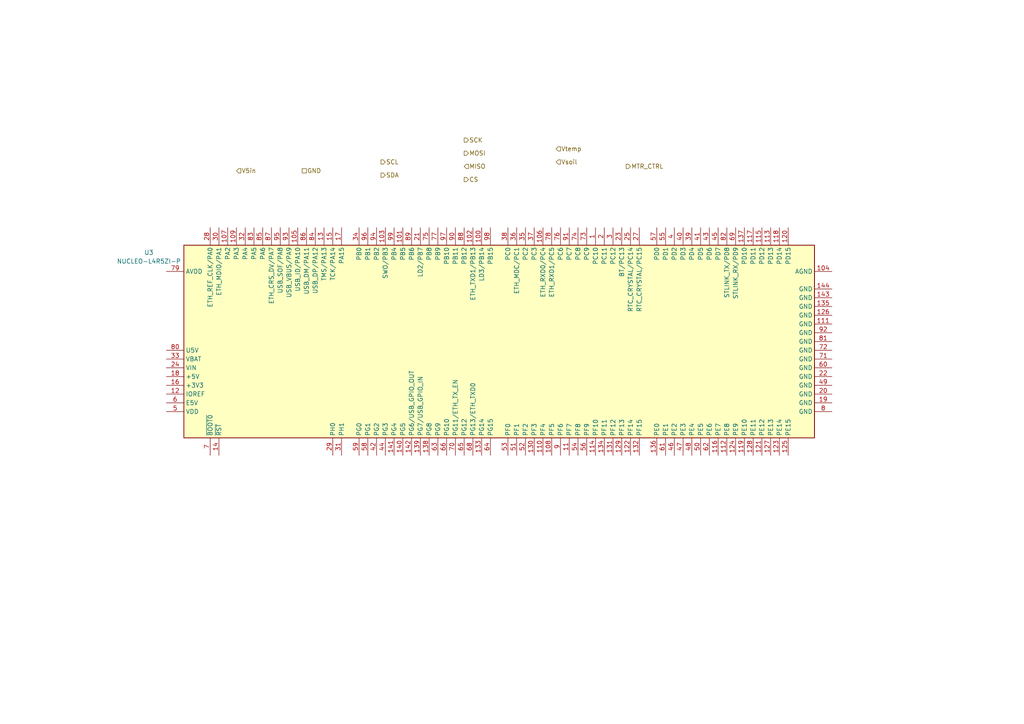
<source format=kicad_sch>
(kicad_sch (version 20231120) (generator "eeschema") (generator_version "8.0")
  (paper "A4")
  (title_block (company "Ege Turan") (comment 2 "Stanford, CA 94305") (comment 3 "Electrical Engineering Department") (comment 4 "Stanford University"))
  (lib_symbols
    (symbol "MCU_Module:NUCLEO144-F439ZI"
      (property "Reference" "U" (at -22.86 94.615 0))
      (property "Value" "NUCLEO144-F439ZI" (at -22.86 92.71 0))
      (symbol "NUCLEO144-F439ZI_0_1"
        (rectangle (start -27.94 -91.44) (end 27.94 91.44) (stroke (width 0.254)) (fill (type background)))
      )
      (symbol "NUCLEO144-F439ZI_1_1"
        (pin bidirectional line (at 33.02 -27.94 180) (length 5.08) (name "PC10") (number "1"))
        (pin no_connect line (at -27.94 55.88 0) (length 5.08) hide (name "NC") (number "10"))
        (pin bidirectional line (at 33.02 5.08 180) (length 5.08) (name "LD3/PB14") (number "100"))
        (pin bidirectional line (at 33.02 27.94 180) (length 5.08) (name "PB5") (number "101"))
        (pin bidirectional line (at 33.02 7.62 180) (length 5.08) (name "ETH_TXD1/PB13") (number "102"))
        (pin bidirectional line (at 33.02 33.02 180) (length 5.08) (name "SWO/PB3") (number "103"))
        (pin power_in line (at 20.32 -96.52 90) (length 5.08) (name "AGND") (number "104"))
        (pin bidirectional line (at 33.02 58.42 180) (length 5.08) (name "USB_ID/PA10") (number "105"))
        (pin bidirectional line (at 33.02 -12.7 180) (length 5.08) (name "ETH_RXD0/PC4") (number "106"))
        (pin bidirectional line (at 33.02 78.74 180) (length 5.08) (name "PA2") (number "107"))
        (pin bidirectional line (at -33.02 -15.24 0) (length 5.08) (name "PF5") (number "108"))
        (pin bidirectional line (at 33.02 76.2 180) (length 5.08) (name "PA3") (number "109"))
        (pin bidirectional line (at -33.02 -20.32 0) (length 5.08) (name "PF7") (number "11"))
        (pin bidirectional line (at -33.02 -12.7 0) (length 5.08) (name "PF4") (number "110"))
        (pin power_in line (at 5.08 -96.52 90) (length 5.08) (name "GND") (number "111"))
        (pin bidirectional line (at -33.02 -66.04 0) (length 5.08) (name "PE8") (number "112"))
        (pin bidirectional line (at 33.02 -78.74 180) (length 5.08) (name "PD13") (number "113"))
        (pin bidirectional line (at -33.02 -27.94 0) (length 5.08) (name "PF10") (number "114"))
        (pin bidirectional line (at 33.02 -76.2 180) (length 5.08) (name "PD12") (number "115"))
        (pin bidirectional line (at -33.02 -63.5 0) (length 5.08) (name "PE7") (number "116"))
        (pin bidirectional line (at 33.02 -73.66 180) (length 5.08) (name "PD11") (number "117"))
        (pin bidirectional line (at 33.02 -81.28 180) (length 5.08) (name "PD14") (number "118"))
        (pin bidirectional line (at -33.02 -71.12 0) (length 5.08) (name "PE10") (number "119"))
        (pin power_in line (at -15.24 96.52 270) (length 5.08) (name "IOREF") (number "12"))
        (pin bidirectional line (at 33.02 -83.82 180) (length 5.08) (name "PD15") (number "120"))
        (pin bidirectional line (at -33.02 -76.2 0) (length 5.08) (name "PE12") (number "121"))
        (pin bidirectional line (at -33.02 -38.1 0) (length 5.08) (name "PF14") (number "122"))
        (pin bidirectional line (at -33.02 -81.28 0) (length 5.08) (name "PE14") (number "123"))
        (pin bidirectional line (at -33.02 -68.58 0) (length 5.08) (name "PE9") (number "124"))
        (pin bidirectional line (at -33.02 -83.82 0) (length 5.08) (name "PE15") (number "125"))
        (pin power_in line (at 7.62 -96.52 90) (length 5.08) (name "GND") (number "126"))
        (pin bidirectional line (at -33.02 -78.74 0) (length 5.08) (name "PE13") (number "127"))
        (pin bidirectional line (at -33.02 -73.66 0) (length 5.08) (name "PE11") (number "128"))
        (pin bidirectional line (at -33.02 -35.56 0) (length 5.08) (name "PF13") (number "129"))
        (pin bidirectional line (at 33.02 50.8 180) (length 5.08) (name "TMS/PA13") (number "13"))
        (pin bidirectional line (at -33.02 -10.16 0) (length 5.08) (name "PF3") (number "130"))
        (pin bidirectional line (at -33.02 -33.02 0) (length 5.08) (name "PF12") (number "131"))
        (pin bidirectional line (at -33.02 -40.64 0) (length 5.08) (name "PF15") (number "132"))
        (pin bidirectional line (at -33.02 5.08 0) (length 5.08) (name "PG14") (number "133"))
        (pin bidirectional line (at -33.02 -30.48 0) (length 5.08) (name "PF11") (number "134"))
        (pin power_in line (at 10.16 -96.52 90) (length 5.08) (name "GND") (number "135"))
        (pin bidirectional line (at -33.02 -45.72 0) (length 5.08) (name "PE0") (number "136"))
        (pin bidirectional line (at 33.02 -71.12 180) (length 5.08) (name "PD10") (number "137"))
        (pin bidirectional line (at -33.02 20.32 0) (length 5.08) (name "PG8") (number "138"))
        (pin bidirectional line (at -33.02 22.86 0) (length 5.08) (name "PG7/USB_GPIO_IN") (number "139"))
        (pin input line (at -33.02 81.28 0) (length 5.08) (name "~{RST}") (number "14"))
        (pin bidirectional line (at -33.02 27.94 0) (length 5.08) (name "PG5") (number "140"))
        (pin bidirectional line (at -33.02 30.48 0) (length 5.08) (name "PG4") (number "141"))
        (pin bidirectional line (at -33.02 25.4 0) (length 5.08) (name "PG6/USB_GPIO_OUT") (number "142"))
        (pin power_in line (at 12.7 -96.52 90) (length 5.08) (name "GND") (number "143"))
        (pin power_in line (at 15.24 -96.52 90) (length 5.08) (name "GND") (number "144"))
        (pin bidirectional line (at 33.02 48.26 180) (length 5.08) (name "TCK/PA14") (number "15"))
        (pin power_in line (at -12.7 96.52 270) (length 5.08) (name "+3V3") (number "16"))
        (pin bidirectional line (at 33.02 45.72 180) (length 5.08) (name "PA15") (number "17"))
        (pin power_in line (at -10.16 96.52 270) (length 5.08) (name "+5V") (number "18"))
        (pin power_in line (at -17.78 -96.52 90) (length 5.08) (name "GND") (number "19"))
        (pin bidirectional line (at 33.02 -30.48 180) (length 5.08) (name "PC11") (number "2"))
        (pin power_in line (at -15.24 -96.52 90) (length 5.08) (name "GND") (number "20"))
        (pin bidirectional line (at 33.02 22.86 180) (length 5.08) (name "LD2/PB7") (number "21"))
        (pin power_in line (at -10.16 -96.52 90) (length 5.08) (name "GND") (number "22"))
        (pin bidirectional line (at 33.02 -35.56 180) (length 5.08) (name "BT/PC13") (number "23"))
        (pin power_in line (at -7.62 96.52 270) (length 5.08) (name "VIN") (number "24"))
        (pin bidirectional line (at 33.02 -38.1 180) (length 5.08) (name "RTC_CRYSTAL/PC14") (number "25"))
        (pin no_connect line (at -27.94 58.42 0) (length 5.08) hide (name "NC") (number "26"))
        (pin bidirectional line (at 33.02 -40.64 180) (length 5.08) (name "RTC_CRYSTAL/PC15") (number "27"))
        (pin bidirectional line (at 33.02 83.82 180) (length 5.08) (name "ETH_REF_CLK/PA0") (number "28"))
        (pin bidirectional line (at -33.02 48.26 0) (length 5.08) (name "PH0") (number "29"))
        (pin bidirectional line (at 33.02 -33.02 180) (length 5.08) (name "PC12") (number "3"))
        (pin bidirectional line (at 33.02 81.28 180) (length 5.08) (name "ETH_MDIO/PA1") (number "30"))
        (pin bidirectional line (at -33.02 45.72 0) (length 5.08) (name "PH1") (number "31"))
        (pin bidirectional line (at 33.02 73.66 180) (length 5.08) (name "PA4") (number "32"))
        (pin power_in line (at -5.08 96.52 270) (length 5.08) (name "VBAT") (number "33"))
        (pin bidirectional line (at 33.02 40.64 180) (length 5.08) (name "PB0") (number "34"))
        (pin bidirectional line (at 33.02 -7.62 180) (length 5.08) (name "PC2") (number "35"))
        (pin bidirectional line (at 33.02 -5.08 180) (length 5.08) (name "ETH_MDC/PC1") (number "36"))
        (pin bidirectional line (at 33.02 -10.16 180) (length 5.08) (name "PC3") (number "37"))
        (pin bidirectional line (at 33.02 -2.54 180) (length 5.08) (name "PC0") (number "38"))
        (pin bidirectional line (at 33.02 -55.88 180) (length 5.08) (name "PD4") (number "39"))
        (pin bidirectional line (at 33.02 -50.8 180) (length 5.08) (name "PD2") (number "4"))
        (pin bidirectional line (at 33.02 -53.34 180) (length 5.08) (name "PD3") (number "40"))
        (pin bidirectional line (at 33.02 -58.42 180) (length 5.08) (name "PD5") (number "41"))
        (pin bidirectional line (at -33.02 35.56 0) (length 5.08) (name "PG2") (number "42"))
        (pin bidirectional line (at 33.02 -60.96 180) (length 5.08) (name "PD6") (number "43"))
        (pin bidirectional line (at -33.02 33.02 0) (length 5.08) (name "PG3") (number "44"))
        (pin bidirectional line (at 33.02 -63.5 180) (length 5.08) (name "PD7") (number "45"))
        (pin bidirectional line (at -33.02 -50.8 0) (length 5.08) (name "PE2") (number "46"))
        (pin bidirectional line (at -33.02 -53.34 0) (length 5.08) (name "PE3") (number "47"))
        (pin bidirectional line (at -33.02 -55.88 0) (length 5.08) (name "PE4") (number "48"))
        (pin power_in line (at -12.7 -96.52 90) (length 5.08) (name "GND") (number "49"))
        (pin power_in line (at -20.32 96.52 270) (length 5.08) (name "VDD") (number "5"))
        (pin bidirectional line (at -33.02 -58.42 0) (length 5.08) (name "PE5") (number "50"))
        (pin bidirectional line (at -33.02 -5.08 0) (length 5.08) (name "PF1") (number "51"))
        (pin bidirectional line (at -33.02 -7.62 0) (length 5.08) (name "PF2") (number "52"))
        (pin bidirectional line (at -33.02 -2.54 0) (length 5.08) (name "PF0") (number "53"))
        (pin bidirectional line (at -33.02 -22.86 0) (length 5.08) (name "PF8") (number "54"))
        (pin bidirectional line (at 33.02 -48.26 180) (length 5.08) (name "PD1") (number "55"))
        (pin bidirectional line (at -33.02 -25.4 0) (length 5.08) (name "PF9") (number "56"))
        (pin bidirectional line (at 33.02 -45.72 180) (length 5.08) (name "PD0") (number "57"))
        (pin bidirectional line (at -33.02 38.1 0) (length 5.08) (name "PG1") (number "58"))
        (pin bidirectional line (at -33.02 40.64 0) (length 5.08) (name "PG0") (number "59"))
        (pin power_in line (at -17.78 96.52 270) (length 5.08) (name "E5V") (number "6"))
        (pin power_in line (at -7.62 -96.52 90) (length 5.08) (name "GND") (number "60"))
        (pin bidirectional line (at -33.02 -48.26 0) (length 5.08) (name "PE1") (number "61"))
        (pin bidirectional line (at -33.02 -60.96 0) (length 5.08) (name "PE6") (number "62"))
        (pin bidirectional line (at -33.02 17.78 0) (length 5.08) (name "PG9") (number "63"))
        (pin bidirectional line (at -33.02 2.54 0) (length 5.08) (name "PG15") (number "64"))
        (pin bidirectional line (at -33.02 10.16 0) (length 5.08) (name "PG12") (number "65"))
        (pin bidirectional line (at -33.02 15.24 0) (length 5.08) (name "PG10") (number "66"))
        (pin no_connect line (at -27.94 53.34 0) (length 5.08) hide (name "NC") (number "67"))
        (pin bidirectional line (at -33.02 7.62 0) (length 5.08) (name "PG13/ETH_TXD0") (number "68"))
        (pin bidirectional line (at 33.02 -68.58 180) (length 5.08) (name "STLINK_RX/PD9") (number "69"))
        (pin input line (at -33.02 83.82 0) (length 5.08) (name "~{BOOT0}") (number "7"))
        (pin bidirectional line (at -33.02 12.7 0) (length 5.08) (name "PG11/ETH_TX_EN") (number "70"))
        (pin power_in line (at -5.08 -96.52 90) (length 5.08) (name "GND") (number "71"))
        (pin power_in line (at -2.54 -96.52 90) (length 5.08) (name "GND") (number "72"))
        (pin bidirectional line (at 33.02 -25.4 180) (length 5.08) (name "PC9") (number "73"))
        (pin bidirectional line (at 33.02 -22.86 180) (length 5.08) (name "PC8") (number "74"))
        (pin bidirectional line (at 33.02 20.32 180) (length 5.08) (name "PB8") (number "75"))
        (pin bidirectional line (at 33.02 -17.78 180) (length 5.08) (name "PC6") (number "76"))
        (pin bidirectional line (at 33.02 17.78 180) (length 5.08) (name "PB9") (number "77"))
        (pin bidirectional line (at 33.02 -15.24 180) (length 5.08) (name "ETH_RXD1/PC5") (number "78"))
        (pin power_in line (at 20.32 96.52 270) (length 5.08) (name "AVDD") (number "79"))
        (pin power_in line (at -20.32 -96.52 90) (length 5.08) (name "GND") (number "8"))
        (pin power_in line (at -2.54 96.52 270) (length 5.08) (name "U5V") (number "80"))
        (pin power_in line (at 0 -96.52 90) (length 5.08) (name "GND") (number "81"))
        (pin bidirectional line (at 33.02 -66.04 180) (length 5.08) (name "STLINK_TX/PD8") (number "82"))
        (pin bidirectional line (at 33.02 71.12 180) (length 5.08) (name "PA5") (number "83"))
        (pin bidirectional line (at 33.02 53.34 180) (length 5.08) (name "USB_DP/PA12") (number "84"))
        (pin bidirectional line (at 33.02 68.58 180) (length 5.08) (name "PA6") (number "85"))
        (pin bidirectional line (at 33.02 55.88 180) (length 5.08) (name "USB_DM/PA11") (number "86"))
        (pin bidirectional line (at 33.02 66.04 180) (length 5.08) (name "ETH_CRS_DV/PA7") (number "87"))
        (pin bidirectional line (at 33.02 10.16 180) (length 5.08) (name "PB12") (number "88"))
        (pin bidirectional line (at 33.02 25.4 180) (length 5.08) (name "PB6") (number "89"))
        (pin bidirectional line (at -33.02 -17.78 0) (length 5.08) (name "PF6") (number "9"))
        (pin bidirectional line (at 33.02 12.7 180) (length 5.08) (name "PB11") (number "90"))
        (pin bidirectional line (at 33.02 -20.32 180) (length 5.08) (name "PC7") (number "91"))
        (pin power_in line (at 2.54 -96.52 90) (length 5.08) (name "GND") (number "92"))
        (pin bidirectional line (at 33.02 60.96 180) (length 5.08) (name "USB_VBUS/PA9") (number "93"))
        (pin bidirectional line (at 33.02 35.56 180) (length 5.08) (name "PB2") (number "94"))
        (pin bidirectional line (at 33.02 63.5 180) (length 5.08) (name "USB_SOF/PA8") (number "95"))
        (pin bidirectional line (at 33.02 38.1 180) (length 5.08) (name "PB1") (number "96"))
        (pin bidirectional line (at 33.02 15.24 180) (length 5.08) (name "PB10") (number "97"))
        (pin bidirectional line (at 33.02 2.54 180) (length 5.08) (name "PB15") (number "98"))
        (pin bidirectional line (at 33.02 30.48 180) (length 5.08) (name "PB4") (number "99"))
      )
    )
  )
  (hierarchical_label "CS" (shape output) (at 134.62 52.07 0))
  (hierarchical_label "SDA" (shape output) (at 110.49 50.8 0))
  (hierarchical_label "MISO" (shape input) (at 134.62 48.26 0))
  (hierarchical_label "GND" (shape passive) (at 87.63 49.53 0))
  (hierarchical_label "V5in" (shape input) (at 68.58 49.53 0))
  (hierarchical_label "MTR_CTRL" (shape output) (at 181.61 48.26 0))
  (hierarchical_label "SCL" (shape output) (at 110.49 46.99 0))
  (hierarchical_label "Vtemp" (shape input) (at 161.29 43.18 0))
  (hierarchical_label "MOSI" (shape output) (at 134.62 44.45 0))
  (hierarchical_label "SCK" (shape output) (at 134.62 40.64 0))
  (hierarchical_label "Vsoil" (shape input) (at 161.29 46.99 0))
  (symbol (lib_id "MCU_Module:NUCLEO144-F439ZI") (at 144.78 99.06 90) (unit 1)
    (property "Reference" "U3" (at 43.18 73.2438 90))
    (property "Value" "NUCLEO-L4R5ZI-P" (at 43.18 75.7838 90))
    (property "Footprint" "Module:ST_Morpho_Connector_144_STLink" (effects (hide yes)))
    (property "Datasheet" "https://www.st.com/resource/en/user_manual/dm00244518-stm32-nucleo144-boards-stmicroelectronics.pdf" (effects (hide yes)))
  )
)
</source>
